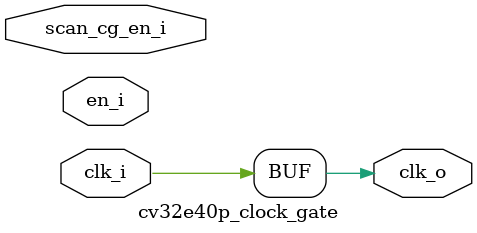
<source format=sv>
`timescale 1ns / 1ps

module cv32e40p_clock_gate (
    input  logic clk_i,
    input  logic en_i,
    input  logic scan_cg_en_i,
    output logic clk_o
);

  assign clk_o = clk_i;

endmodule  // cv32e40p_clock_gate

</source>
